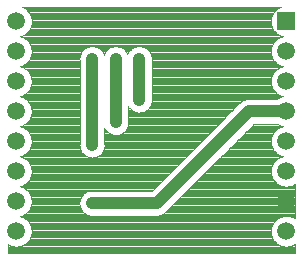
<source format=gbr>
G04 DipTrace 3.0.0.2*
G04 Bottom.gbr*
%MOIN*%
G04 #@! TF.FileFunction,Copper,L2,Bot*
G04 #@! TF.Part,Single*
G04 #@! TA.AperFunction,Conductor*
%ADD13C,0.03937*%
G04 #@! TA.AperFunction,CopperBalancing*
%ADD15C,0.003937*%
G04 #@! TA.AperFunction,ComponentPad*
%ADD16C,0.059055*%
%ADD18R,0.059055X0.059055*%
G04 #@! TA.AperFunction,ViaPad*
%ADD19C,0.04*%
%FSLAX26Y26*%
G04*
G70*
G90*
G75*
G01*
G04 Bottom*
%LPD*%
X1340079Y888898D2*
D13*
X1215050D1*
X908827Y582675D1*
X692412D1*
Y776404D2*
Y1063874D1*
X771341Y851396D2*
Y1063874D1*
X849483Y926388D2*
Y1063874D1*
D19*
X692412Y776404D3*
Y1063874D3*
X771341D3*
X849483D3*
X771341Y851396D3*
X849483Y926388D3*
X692412Y582675D3*
X466610Y1233084D2*
D15*
X1313547D1*
X472177Y1229278D2*
X1307980D1*
X476499Y1225472D2*
X1303659D1*
X479990Y1221667D2*
X1300168D1*
X482857Y1217861D2*
X1297301D1*
X485226Y1214055D2*
X1294932D1*
X487164Y1210249D2*
X1292993D1*
X488717Y1206444D2*
X1291441D1*
X489940Y1202638D2*
X1290218D1*
X490839Y1198832D2*
X1289319D1*
X491446Y1195026D2*
X1288711D1*
X491762Y1191220D2*
X1288395D1*
X491793Y1187415D2*
X1288365D1*
X491539Y1183609D2*
X1288618D1*
X491001Y1179803D2*
X1289156D1*
X490163Y1175997D2*
X1289995D1*
X489017Y1172192D2*
X1291140D1*
X487533Y1168386D2*
X1292625D1*
X485688Y1164580D2*
X1294470D1*
X483419Y1160774D2*
X1296739D1*
X480673Y1156969D2*
X1299484D1*
X477329Y1153163D2*
X1302828D1*
X473215Y1149357D2*
X1306942D1*
X467979Y1145551D2*
X1312178D1*
X460781Y1141745D2*
X1319377D1*
X455652Y1137940D2*
X1324505D1*
X464749Y1134134D2*
X1315408D1*
X470793Y1130328D2*
X1309365D1*
X475399Y1126522D2*
X1304759D1*
X479097Y1122717D2*
X1301060D1*
X482127Y1118911D2*
X1298030D1*
X484618Y1115105D2*
X1295539D1*
X486664Y1111299D2*
X1293493D1*
X488324Y1107493D2*
X1291833D1*
X489633Y1103688D2*
X679251D1*
X705575D2*
X758176D1*
X784500D2*
X836324D1*
X862648D2*
X1290525D1*
X490623Y1099882D2*
X670770D1*
X714056D2*
X749694D1*
X792990D2*
X827843D1*
X871130D2*
X1289534D1*
X491308Y1096076D2*
X665349D1*
X719470D2*
X744281D1*
X798403D2*
X822421D1*
X876543D2*
X1288849D1*
X491701Y1092270D2*
X661327D1*
X723492D2*
X740260D1*
X802424D2*
X818400D1*
X880564D2*
X1288457D1*
X491808Y1088465D2*
X658205D1*
X726622D2*
X737130D1*
X805546D2*
X815278D1*
X883694D2*
X1288349D1*
X491639Y1084659D2*
X655736D1*
X729083D2*
X734669D1*
X808014D2*
X812810D1*
X886155D2*
X1288518D1*
X491177Y1080853D2*
X653807D1*
X888085D2*
X1288980D1*
X490424Y1077047D2*
X652339D1*
X889562D2*
X1289734D1*
X489362Y1073241D2*
X651269D1*
X890622D2*
X1290795D1*
X487979Y1069436D2*
X650577D1*
X891315D2*
X1292178D1*
X486234Y1065630D2*
X650247D1*
X891652D2*
X1293924D1*
X484096Y1061824D2*
X650255D1*
X891638D2*
X1296062D1*
X481488Y1058018D2*
X650539D1*
X891361D2*
X1298669D1*
X478320Y1054213D2*
X650539D1*
X891361D2*
X1301837D1*
X474445Y1050407D2*
X650539D1*
X891361D2*
X1305713D1*
X469570Y1046601D2*
X650539D1*
X891361D2*
X1310588D1*
X463058Y1042795D2*
X650539D1*
X891361D2*
X1317100D1*
X452508Y1038990D2*
X650539D1*
X891361D2*
X1327650D1*
X462680Y1035184D2*
X650539D1*
X891361D2*
X1317478D1*
X469301Y1031378D2*
X650539D1*
X891361D2*
X1310857D1*
X474238Y1027572D2*
X650539D1*
X891361D2*
X1305920D1*
X478152Y1023766D2*
X650539D1*
X891361D2*
X1302005D1*
X481350Y1019961D2*
X650539D1*
X891361D2*
X1298807D1*
X483980Y1016155D2*
X650539D1*
X891361D2*
X1296177D1*
X486140Y1012349D2*
X650539D1*
X891361D2*
X1294017D1*
X487902Y1008543D2*
X650539D1*
X891361D2*
X1292256D1*
X489308Y1004738D2*
X650539D1*
X891361D2*
X1290849D1*
X490378Y1000932D2*
X650539D1*
X891361D2*
X1289780D1*
X491147Y997126D2*
X650539D1*
X891361D2*
X1289010D1*
X491623Y993320D2*
X650539D1*
X891361D2*
X1288534D1*
X491808Y989514D2*
X650539D1*
X891361D2*
X1288349D1*
X491709Y985709D2*
X650539D1*
X891361D2*
X1288449D1*
X491331Y981903D2*
X650539D1*
X891361D2*
X1288827D1*
X490663Y978097D2*
X650539D1*
X891361D2*
X1289495D1*
X489686Y974291D2*
X650539D1*
X891361D2*
X1290471D1*
X488394Y970486D2*
X650539D1*
X891361D2*
X1291764D1*
X486756Y966680D2*
X650539D1*
X891361D2*
X1293402D1*
X484726Y962874D2*
X650539D1*
X891361D2*
X1295432D1*
X482257Y959068D2*
X650539D1*
X891361D2*
X1297900D1*
X479259Y955262D2*
X650539D1*
X891361D2*
X1300899D1*
X475598Y951457D2*
X650539D1*
X891361D2*
X1304559D1*
X471039Y947651D2*
X650539D1*
X891361D2*
X1309118D1*
X465087Y943845D2*
X650539D1*
X891361D2*
X1315071D1*
X456236Y940039D2*
X650539D1*
X891361D2*
X1323921D1*
X460343Y936234D2*
X650539D1*
X891361D2*
X1319815D1*
X467686Y932428D2*
X650539D1*
X891361D2*
X1312471D1*
X472992Y928622D2*
X650539D1*
X891630D2*
X1202705D1*
X477152Y924816D2*
X650539D1*
X891660D2*
X1193900D1*
X480528Y921010D2*
X650539D1*
X891337D2*
X1188394D1*
X483303Y917205D2*
X650539D1*
X890668D2*
X1184295D1*
X485588Y913399D2*
X650539D1*
X889615D2*
X1180490D1*
X487455Y909593D2*
X650539D1*
X888169D2*
X1176682D1*
X488955Y905787D2*
X650539D1*
X886262D2*
X1172877D1*
X490117Y901982D2*
X650539D1*
X883825D2*
X1169077D1*
X490962Y898176D2*
X650539D1*
X813220D2*
X818231D1*
X880734D2*
X1165272D1*
X491516Y894370D2*
X650539D1*
X813220D2*
X822198D1*
X876766D2*
X1161466D1*
X491785Y890564D2*
X650539D1*
X813220D2*
X827528D1*
X871437D2*
X1157659D1*
X491769Y886759D2*
X650539D1*
X813220D2*
X835762D1*
X863202D2*
X1153853D1*
X491462Y882953D2*
X650539D1*
X813220D2*
X1150047D1*
X490878Y879147D2*
X650539D1*
X813220D2*
X1146240D1*
X489986Y875341D2*
X650539D1*
X813220D2*
X1142434D1*
X488786Y871535D2*
X650539D1*
X813220D2*
X1138627D1*
X487240Y867730D2*
X650539D1*
X813220D2*
X1134822D1*
X485325Y863924D2*
X650539D1*
X813220D2*
X1131016D1*
X482988Y860118D2*
X650539D1*
X813220D2*
X1127209D1*
X480143Y856312D2*
X650539D1*
X813259D2*
X1123403D1*
X476682Y852507D2*
X650539D1*
X813528D2*
X1119596D1*
X472408Y848701D2*
X650539D1*
X813458D2*
X1115790D1*
X466917Y844895D2*
X650539D1*
X813035D2*
X1111991D1*
X1230105D2*
X1313240D1*
X459181Y841089D2*
X650539D1*
X812259D2*
X1108185D1*
X1226298D2*
X1320976D1*
X457629Y837283D2*
X650539D1*
X811091D2*
X1104379D1*
X1222492D2*
X1322529D1*
X465933Y833478D2*
X650539D1*
X809514D2*
X1100572D1*
X1218686D2*
X1314224D1*
X471669Y829672D2*
X650539D1*
X807461D2*
X1096766D1*
X1214887D2*
X1308488D1*
X476098Y825866D2*
X650539D1*
X734287D2*
X737837D1*
X804846D2*
X1092961D1*
X1211081D2*
X1304059D1*
X479667Y822060D2*
X650539D1*
X734287D2*
X741159D1*
X801525D2*
X1089154D1*
X1207274D2*
X1300491D1*
X482588Y818255D2*
X650539D1*
X734287D2*
X745458D1*
X797226D2*
X1085348D1*
X1203469D2*
X1297570D1*
X485003Y814449D2*
X650539D1*
X734287D2*
X751378D1*
X791306D2*
X1081541D1*
X1199663D2*
X1295155D1*
X486979Y810643D2*
X650539D1*
X734287D2*
X761605D1*
X781079D2*
X1077735D1*
X1195856D2*
X1293178D1*
X488571Y806837D2*
X650539D1*
X734287D2*
X1073929D1*
X1192050D2*
X1291587D1*
X489824Y803031D2*
X650539D1*
X734287D2*
X1070122D1*
X1188243D2*
X1290333D1*
X490762Y799226D2*
X650539D1*
X734287D2*
X1066316D1*
X1184437D2*
X1289395D1*
X491392Y795420D2*
X650539D1*
X734287D2*
X1062509D1*
X1180631D2*
X1288765D1*
X491739Y791614D2*
X650539D1*
X734287D2*
X1058703D1*
X1176824D2*
X1288419D1*
X491801Y787808D2*
X650539D1*
X734287D2*
X1054904D1*
X1173018D2*
X1288357D1*
X491577Y784003D2*
X650539D1*
X734287D2*
X1051098D1*
X1169211D2*
X1288580D1*
X491070Y780197D2*
X650377D1*
X734441D2*
X1047293D1*
X1165406D2*
X1289088D1*
X490262Y776391D2*
X650209D1*
X734618D2*
X1043486D1*
X1161600D2*
X1289895D1*
X489147Y772585D2*
X650385D1*
X734441D2*
X1039680D1*
X1157801D2*
X1291010D1*
X487702Y768780D2*
X650908D1*
X733919D2*
X1035874D1*
X1153995D2*
X1292455D1*
X485895Y764974D2*
X651799D1*
X733026D2*
X1032067D1*
X1150188D2*
X1294262D1*
X483680Y761168D2*
X653084D1*
X731743D2*
X1028261D1*
X1146382D2*
X1296478D1*
X480982Y757362D2*
X654799D1*
X730028D2*
X1024454D1*
X1142576D2*
X1299176D1*
X477714Y753556D2*
X657005D1*
X727822D2*
X1020648D1*
X1138769D2*
X1302444D1*
X473684Y749751D2*
X659804D1*
X725022D2*
X1016843D1*
X1134963D2*
X1306474D1*
X468593Y745945D2*
X663373D1*
X721446D2*
X1013035D1*
X1131156D2*
X1311564D1*
X461665Y742139D2*
X668055D1*
X716764D2*
X1009230D1*
X1127350D2*
X1318492D1*
X454322Y738333D2*
X674738D1*
X710089D2*
X1005423D1*
X1123545D2*
X1325836D1*
X464003Y734528D2*
X1001617D1*
X1119738D2*
X1316155D1*
X470247Y730722D2*
X997818D1*
X1115932D2*
X1309911D1*
X474976Y726916D2*
X994012D1*
X1112125D2*
X1305181D1*
X478752Y723110D2*
X990206D1*
X1108319D2*
X1301406D1*
X481835Y719304D2*
X986399D1*
X1104513D2*
X1298323D1*
X484381Y715499D2*
X982593D1*
X1100714D2*
X1295777D1*
X486471Y711693D2*
X978787D1*
X1096908D2*
X1293686D1*
X488171Y707887D2*
X974980D1*
X1093101D2*
X1291987D1*
X489517Y704081D2*
X971175D1*
X1089295D2*
X1290640D1*
X490531Y700276D2*
X967367D1*
X1085490D2*
X1289626D1*
X491247Y696470D2*
X963562D1*
X1081682D2*
X1288911D1*
X491669Y692664D2*
X959756D1*
X1077877D2*
X1288488D1*
X491808Y688858D2*
X955949D1*
X1074070D2*
X1288349D1*
X491669Y685052D2*
X952143D1*
X1070264D2*
X1288488D1*
X491239Y681247D2*
X948336D1*
X1066458D2*
X1288919D1*
X490516Y677441D2*
X944530D1*
X1062651D2*
X1289642D1*
X489486Y673635D2*
X940731D1*
X1058845D2*
X1290672D1*
X488140Y669829D2*
X936925D1*
X1055038D2*
X1292017D1*
X486433Y666024D2*
X933119D1*
X1051232D2*
X1293724D1*
X484333Y662218D2*
X929312D1*
X1047427D2*
X1295824D1*
X481781Y658412D2*
X925507D1*
X1043627D2*
X1298377D1*
X478682Y654606D2*
X921701D1*
X1039822D2*
X1301475D1*
X474883Y650801D2*
X917894D1*
X1036014D2*
X1305274D1*
X470131Y646995D2*
X914088D1*
X1032209D2*
X1310026D1*
X463849Y643189D2*
X910281D1*
X1028403D2*
X1316308D1*
X1363848D2*
X1368035D1*
X454038Y639383D2*
X906475D1*
X1024596D2*
X1326119D1*
X1354035D2*
X1368035D1*
X461843Y635577D2*
X902669D1*
X1020790D2*
X1368035D1*
X468709Y631772D2*
X898862D1*
X1016983D2*
X1368035D1*
X473777Y627966D2*
X895056D1*
X1013177D2*
X1368035D1*
X477782Y624160D2*
X686810D1*
X698009D2*
X891249D1*
X1009371D2*
X1368035D1*
X481043Y620354D2*
X673899D1*
X1005564D2*
X1368035D1*
X483727Y616549D2*
X667509D1*
X1001759D2*
X1368035D1*
X485941Y612743D2*
X662965D1*
X997951D2*
X1368035D1*
X487740Y608937D2*
X659482D1*
X994146D2*
X1368035D1*
X489178Y605131D2*
X656752D1*
X990340D2*
X1368035D1*
X490286Y601325D2*
X654598D1*
X986541D2*
X1368035D1*
X491085Y597520D2*
X652930D1*
X982735D2*
X1368035D1*
X491585Y593714D2*
X651692D1*
X978928D2*
X1368035D1*
X491801Y589908D2*
X650839D1*
X975122D2*
X1368035D1*
X491731Y586102D2*
X650346D1*
X971316D2*
X1368035D1*
X491386Y582297D2*
X650209D1*
X967509D2*
X1368035D1*
X490747Y578491D2*
X650416D1*
X963703D2*
X1368035D1*
X489801Y574685D2*
X650976D1*
X959896D2*
X1368035D1*
X488547Y570879D2*
X651907D1*
X956091D2*
X1368035D1*
X486941Y567073D2*
X653230D1*
X952285D2*
X1368035D1*
X484957Y563268D2*
X654983D1*
X948478D2*
X1368035D1*
X482534Y559462D2*
X657244D1*
X944672D2*
X1368035D1*
X479597Y555656D2*
X660112D1*
X940865D2*
X1368035D1*
X476014Y551850D2*
X663772D1*
X936982D2*
X1368035D1*
X471562Y548045D2*
X668585D1*
X932060D2*
X1368035D1*
X465795Y544239D2*
X675560D1*
X924825D2*
X1368035D1*
X457406Y540433D2*
X1368035D1*
X459382Y536627D2*
X1320776D1*
X1359381D2*
X1368035D1*
X467049Y532822D2*
X1313109D1*
X472508Y529016D2*
X1307650D1*
X476760Y525210D2*
X1303398D1*
X480213Y521404D2*
X1299945D1*
X483042Y517598D2*
X1297115D1*
X485371Y513793D2*
X1294786D1*
X487280Y509987D2*
X1292878D1*
X488816Y506181D2*
X1291341D1*
X490009Y502375D2*
X1290148D1*
X490894Y498570D2*
X1289264D1*
X491478Y494764D2*
X1288680D1*
X491769Y490958D2*
X1288388D1*
X491785Y487152D2*
X1288373D1*
X491508Y483346D2*
X1288650D1*
X490954Y479541D2*
X1289203D1*
X490093Y475735D2*
X1290064D1*
X488925Y471929D2*
X1291232D1*
X487417Y468123D2*
X1292740D1*
X485541Y464318D2*
X1294617D1*
X483249Y460512D2*
X1296908D1*
X480466Y456706D2*
X1299692D1*
X477075Y452900D2*
X1303083D1*
X472900Y449094D2*
X1307257D1*
X467563Y445289D2*
X1312594D1*
X412126Y441483D2*
X420001D1*
X460159D2*
X1319999D1*
X1360156D2*
X1368035D1*
X412126Y437677D2*
X436210D1*
X443949D2*
X1336209D1*
X1343948D2*
X1368035D1*
X412126Y433871D2*
X1368035D1*
X412126Y430066D2*
X1368035D1*
X412126Y426260D2*
X1368035D1*
X412126Y422454D2*
X1368035D1*
X412126Y418648D2*
X1368035D1*
X491379Y486929D2*
X491077Y483005D1*
X490476Y479115D1*
X489579Y475283D1*
X488391Y471530D1*
X486919Y467881D1*
X485171Y464354D1*
X483157Y460971D1*
X480891Y457753D1*
X478386Y454718D1*
X475654Y451883D1*
X472714Y449266D1*
X469581Y446883D1*
X466276Y444747D1*
X462816Y442869D1*
X459223Y441262D1*
X455518Y439936D1*
X451722Y438896D1*
X447857Y438152D1*
X443946Y437705D1*
X440013Y437559D1*
X436080Y437715D1*
X432171Y438172D1*
X428307Y438927D1*
X424513Y439975D1*
X420811Y441312D1*
X417222Y442928D1*
X413768Y444814D1*
X411722Y446109D1*
X411732Y415669D1*
X1368425D1*
Y446097D1*
X1366276Y444747D1*
X1362816Y442869D1*
X1359223Y441262D1*
X1355518Y439936D1*
X1351722Y438896D1*
X1347857Y438152D1*
X1343946Y437705D1*
X1340013Y437559D1*
X1336080Y437715D1*
X1332171Y438172D1*
X1328307Y438927D1*
X1324513Y439975D1*
X1320811Y441312D1*
X1317222Y442928D1*
X1313768Y444814D1*
X1310467Y446959D1*
X1307341Y449352D1*
X1304408Y451975D1*
X1301684Y454816D1*
X1299186Y457858D1*
X1296928Y461083D1*
X1294924Y464470D1*
X1293185Y468001D1*
X1291722Y471655D1*
X1290543Y475411D1*
X1289656Y479245D1*
X1289064Y483136D1*
X1288773Y487062D1*
X1288783Y490997D1*
X1289094Y494921D1*
X1289706Y498810D1*
X1290614Y502640D1*
X1291812Y506390D1*
X1293294Y510035D1*
X1295051Y513558D1*
X1297072Y516934D1*
X1299346Y520147D1*
X1301861Y523176D1*
X1304598Y526004D1*
X1307546Y528613D1*
X1310684Y530988D1*
X1313995Y533117D1*
X1317459Y534984D1*
X1321056Y536583D1*
X1324766Y537899D1*
X1328566Y538929D1*
X1332432Y539664D1*
X1336344Y540100D1*
X1340277Y540236D1*
X1344210Y540070D1*
X1348118Y539602D1*
X1351979Y538837D1*
X1355770Y537780D1*
X1359469Y536433D1*
X1363054Y534808D1*
X1366504Y532913D1*
X1368432Y531690D1*
X1368425Y646100D1*
X1366276Y644747D1*
X1362816Y642869D1*
X1359223Y641262D1*
X1355518Y639936D1*
X1351722Y638896D1*
X1347857Y638152D1*
X1343946Y637705D1*
X1340013Y637559D1*
X1336080Y637715D1*
X1332171Y638172D1*
X1328307Y638927D1*
X1324513Y639975D1*
X1320811Y641312D1*
X1317222Y642928D1*
X1313768Y644814D1*
X1310467Y646959D1*
X1307341Y649352D1*
X1304408Y651975D1*
X1301684Y654816D1*
X1299186Y657858D1*
X1296928Y661083D1*
X1294924Y664470D1*
X1293185Y668001D1*
X1291722Y671655D1*
X1290543Y675411D1*
X1289656Y679245D1*
X1289064Y683136D1*
X1288773Y687062D1*
X1288783Y690997D1*
X1289094Y694921D1*
X1289706Y698810D1*
X1290614Y702640D1*
X1291812Y706390D1*
X1293294Y710035D1*
X1295051Y713558D1*
X1297072Y716934D1*
X1299346Y720147D1*
X1301861Y723176D1*
X1304598Y726004D1*
X1307546Y728613D1*
X1310684Y730988D1*
X1313995Y733117D1*
X1317459Y734984D1*
X1321056Y736583D1*
X1324766Y737899D1*
X1328438Y738896D1*
X1324513Y739975D1*
X1320811Y741312D1*
X1317222Y742928D1*
X1313768Y744814D1*
X1310467Y746959D1*
X1307341Y749352D1*
X1304408Y751975D1*
X1301684Y754816D1*
X1299186Y757858D1*
X1296928Y761083D1*
X1294924Y764470D1*
X1293185Y768001D1*
X1291722Y771655D1*
X1290543Y775411D1*
X1289656Y779245D1*
X1289064Y783136D1*
X1288773Y787062D1*
X1288783Y790997D1*
X1289094Y794921D1*
X1289706Y798810D1*
X1290614Y802640D1*
X1291812Y806390D1*
X1293294Y810035D1*
X1295051Y813558D1*
X1297072Y816934D1*
X1299346Y820147D1*
X1301861Y823176D1*
X1304598Y826004D1*
X1307546Y828613D1*
X1310684Y830988D1*
X1313995Y833117D1*
X1317459Y834984D1*
X1321056Y836583D1*
X1324766Y837899D1*
X1328438Y838896D1*
X1324513Y839975D1*
X1320811Y841312D1*
X1317222Y842928D1*
X1313768Y844814D1*
X1310467Y846959D1*
X1309854Y847411D1*
X1232219Y847402D1*
X1194282Y809446D1*
X936744Y551974D1*
X933710Y549467D1*
X930453Y547260D1*
X927000Y545370D1*
X923385Y543816D1*
X919638Y542612D1*
X915794Y541768D1*
X911887Y541291D1*
X907953Y541188D1*
X855677Y541178D1*
X697528D1*
X695094Y540950D1*
X691160Y540882D1*
X687236Y541185D1*
X683358Y541856D1*
X679560Y542887D1*
X675877Y544273D1*
X672339Y545997D1*
X668979Y548047D1*
X665827Y550404D1*
X662911Y553046D1*
X660256Y555951D1*
X657886Y559093D1*
X655822Y562444D1*
X654081Y565974D1*
X652681Y569652D1*
X651633Y573445D1*
X650945Y577320D1*
X650626Y581243D1*
X650676Y585178D1*
X651096Y589091D1*
X651883Y592948D1*
X653028Y596713D1*
X654522Y600353D1*
X656353Y603837D1*
X658503Y607134D1*
X660951Y610214D1*
X663681Y613050D1*
X666664Y615617D1*
X669875Y617892D1*
X673286Y619854D1*
X676867Y621488D1*
X680585Y622778D1*
X684408Y623713D1*
X688302Y624283D1*
X692232Y624486D1*
X696164Y624316D1*
X697563Y624157D1*
X775089Y624171D1*
X891654D1*
X995016Y727549D1*
X1187133Y919598D1*
X1190167Y922105D1*
X1193424Y924312D1*
X1196877Y926202D1*
X1200492Y927756D1*
X1204239Y928961D1*
X1208083Y929804D1*
X1211990Y930281D1*
X1215924Y930385D1*
X1268199Y930394D1*
X1309853D1*
X1312319Y932084D1*
X1315710Y934084D1*
X1319243Y935818D1*
X1322899Y937277D1*
X1326656Y938450D1*
X1328438Y938896D1*
X1324513Y939975D1*
X1320811Y941312D1*
X1317222Y942928D1*
X1313768Y944814D1*
X1310467Y946959D1*
X1307341Y949352D1*
X1304408Y951975D1*
X1301684Y954816D1*
X1299186Y957858D1*
X1296928Y961083D1*
X1294924Y964470D1*
X1293185Y968001D1*
X1291722Y971655D1*
X1290543Y975411D1*
X1289656Y979245D1*
X1289064Y983136D1*
X1288773Y987062D1*
X1288783Y990997D1*
X1289094Y994921D1*
X1289706Y998810D1*
X1290614Y1002640D1*
X1291812Y1006390D1*
X1293294Y1010035D1*
X1295051Y1013558D1*
X1297072Y1016934D1*
X1299346Y1020147D1*
X1301861Y1023176D1*
X1304598Y1026004D1*
X1307546Y1028613D1*
X1310684Y1030988D1*
X1313995Y1033117D1*
X1317459Y1034984D1*
X1321056Y1036583D1*
X1324766Y1037899D1*
X1328438Y1038896D1*
X1324513Y1039975D1*
X1320811Y1041312D1*
X1317222Y1042928D1*
X1313768Y1044814D1*
X1310467Y1046959D1*
X1307341Y1049352D1*
X1304408Y1051975D1*
X1301684Y1054816D1*
X1299186Y1057858D1*
X1296928Y1061083D1*
X1294924Y1064470D1*
X1293185Y1068001D1*
X1291722Y1071655D1*
X1290543Y1075411D1*
X1289656Y1079245D1*
X1289064Y1083136D1*
X1288773Y1087062D1*
X1288783Y1090997D1*
X1289094Y1094921D1*
X1289706Y1098810D1*
X1290614Y1102640D1*
X1291812Y1106390D1*
X1293294Y1110035D1*
X1295051Y1113558D1*
X1297072Y1116934D1*
X1299346Y1120147D1*
X1301861Y1123176D1*
X1304598Y1126004D1*
X1307546Y1128613D1*
X1310684Y1130988D1*
X1313995Y1133117D1*
X1317459Y1134984D1*
X1321056Y1136583D1*
X1324766Y1137899D1*
X1328438Y1138896D1*
X1324513Y1139975D1*
X1320811Y1141312D1*
X1317222Y1142928D1*
X1313768Y1144814D1*
X1310467Y1146959D1*
X1307341Y1149352D1*
X1304408Y1151975D1*
X1301684Y1154816D1*
X1299186Y1157858D1*
X1296928Y1161083D1*
X1294924Y1164470D1*
X1293185Y1168001D1*
X1291722Y1171655D1*
X1290543Y1175411D1*
X1289656Y1179245D1*
X1289064Y1183136D1*
X1288773Y1187062D1*
X1288783Y1190997D1*
X1289094Y1194921D1*
X1289706Y1198810D1*
X1290614Y1202640D1*
X1291812Y1206390D1*
X1293294Y1210035D1*
X1295051Y1213558D1*
X1297072Y1216934D1*
X1299346Y1220147D1*
X1301861Y1223176D1*
X1304598Y1226004D1*
X1307546Y1228613D1*
X1310684Y1230988D1*
X1313995Y1233117D1*
X1317459Y1234984D1*
X1321056Y1236583D1*
X1321913Y1236906D1*
X1277874Y1236890D1*
X458307D1*
X461277Y1235655D1*
X464797Y1233894D1*
X468172Y1231867D1*
X471381Y1229589D1*
X474407Y1227072D1*
X477230Y1224329D1*
X479836Y1221379D1*
X482207Y1218238D1*
X484331Y1214924D1*
X486196Y1211458D1*
X487787Y1207858D1*
X489100Y1204147D1*
X490125Y1200346D1*
X490854Y1196479D1*
X491286Y1192567D1*
X491417Y1188898D1*
X491266Y1184965D1*
X490815Y1181054D1*
X490064Y1177190D1*
X489021Y1173395D1*
X487689Y1169692D1*
X486077Y1166100D1*
X484197Y1162643D1*
X482055Y1159340D1*
X479668Y1156211D1*
X477047Y1153274D1*
X474209Y1150547D1*
X471171Y1148045D1*
X467950Y1145783D1*
X464564Y1143774D1*
X461035Y1142031D1*
X457383Y1140563D1*
X453630Y1139379D1*
X451728Y1138899D1*
X455770Y1137780D1*
X459469Y1136433D1*
X463054Y1134808D1*
X466504Y1132913D1*
X469798Y1130760D1*
X472917Y1128360D1*
X475845Y1125728D1*
X478562Y1122879D1*
X481051Y1119831D1*
X483301Y1116601D1*
X485297Y1113209D1*
X487026Y1109673D1*
X488479Y1106016D1*
X489648Y1102257D1*
X490526Y1098420D1*
X491108Y1094528D1*
X491388Y1090601D1*
X491379Y1086929D1*
X491077Y1083005D1*
X490476Y1079115D1*
X489579Y1075283D1*
X488391Y1071530D1*
X486919Y1067881D1*
X485171Y1064354D1*
X483157Y1060971D1*
X480891Y1057753D1*
X478386Y1054718D1*
X475654Y1051883D1*
X472714Y1049266D1*
X469581Y1046883D1*
X466276Y1044747D1*
X462816Y1042869D1*
X459223Y1041262D1*
X455518Y1039936D1*
X451728Y1038899D1*
X455770Y1037780D1*
X459469Y1036433D1*
X463054Y1034808D1*
X466504Y1032913D1*
X469798Y1030760D1*
X472917Y1028360D1*
X475845Y1025728D1*
X478562Y1022879D1*
X481051Y1019831D1*
X483301Y1016601D1*
X485297Y1013209D1*
X487026Y1009673D1*
X488479Y1006016D1*
X489648Y1002257D1*
X490526Y998420D1*
X491108Y994528D1*
X491388Y990601D1*
X491379Y986929D1*
X491077Y983005D1*
X490476Y979115D1*
X489579Y975283D1*
X488391Y971530D1*
X486919Y967881D1*
X485171Y964354D1*
X483157Y960971D1*
X480891Y957753D1*
X478386Y954718D1*
X475654Y951883D1*
X472714Y949266D1*
X469581Y946883D1*
X466276Y944747D1*
X462816Y942869D1*
X459223Y941262D1*
X455518Y939936D1*
X451728Y938899D1*
X455770Y937780D1*
X459469Y936433D1*
X463054Y934808D1*
X466504Y932913D1*
X469798Y930760D1*
X472917Y928360D1*
X475845Y925728D1*
X478562Y922879D1*
X481051Y919831D1*
X483301Y916601D1*
X485297Y913209D1*
X487026Y909673D1*
X488479Y906016D1*
X489648Y902257D1*
X490526Y898420D1*
X491108Y894528D1*
X491388Y890601D1*
X491379Y886929D1*
X491077Y883005D1*
X490476Y879115D1*
X489579Y875283D1*
X488391Y871530D1*
X486919Y867881D1*
X485171Y864354D1*
X483157Y860971D1*
X480891Y857753D1*
X478386Y854718D1*
X475654Y851883D1*
X472714Y849266D1*
X469581Y846883D1*
X466276Y844747D1*
X462816Y842869D1*
X459223Y841262D1*
X455518Y839936D1*
X451728Y838899D1*
X455770Y837780D1*
X459469Y836433D1*
X463054Y834808D1*
X466504Y832913D1*
X469798Y830760D1*
X472917Y828360D1*
X475845Y825728D1*
X478562Y822879D1*
X481051Y819831D1*
X483301Y816601D1*
X485297Y813209D1*
X487026Y809673D1*
X488479Y806016D1*
X489648Y802257D1*
X490526Y798420D1*
X491108Y794528D1*
X491388Y790601D1*
X491379Y786929D1*
X491077Y783005D1*
X490476Y779115D1*
X489579Y775283D1*
X488391Y771530D1*
X486919Y767881D1*
X485171Y764354D1*
X483157Y760971D1*
X480891Y757753D1*
X478386Y754718D1*
X475654Y751883D1*
X472714Y749266D1*
X469581Y746883D1*
X466276Y744747D1*
X462816Y742869D1*
X459223Y741262D1*
X455518Y739936D1*
X451728Y738899D1*
X455770Y737780D1*
X459469Y736433D1*
X463054Y734808D1*
X466504Y732913D1*
X469798Y730760D1*
X472917Y728360D1*
X475845Y725728D1*
X478562Y722879D1*
X481051Y719831D1*
X483301Y716601D1*
X485297Y713209D1*
X487026Y709673D1*
X488479Y706016D1*
X489648Y702257D1*
X490526Y698420D1*
X491108Y694528D1*
X491388Y690601D1*
X491379Y686929D1*
X491077Y683005D1*
X490476Y679115D1*
X489579Y675283D1*
X488391Y671530D1*
X486919Y667881D1*
X485171Y664354D1*
X483157Y660971D1*
X480891Y657753D1*
X478386Y654718D1*
X475654Y651883D1*
X472714Y649266D1*
X469581Y646883D1*
X466276Y644747D1*
X462816Y642869D1*
X459223Y641262D1*
X455518Y639936D1*
X451728Y638899D1*
X455770Y637780D1*
X459469Y636433D1*
X463054Y634808D1*
X466504Y632913D1*
X469798Y630760D1*
X472917Y628360D1*
X475845Y625728D1*
X478562Y622879D1*
X481051Y619831D1*
X483301Y616601D1*
X485297Y613209D1*
X487026Y609673D1*
X488479Y606016D1*
X489648Y602257D1*
X490526Y598420D1*
X491108Y594528D1*
X491388Y590601D1*
X491379Y586929D1*
X491077Y583005D1*
X490476Y579115D1*
X489579Y575283D1*
X488391Y571530D1*
X486919Y567881D1*
X485171Y564354D1*
X483157Y560971D1*
X480891Y557753D1*
X478386Y554718D1*
X475654Y551883D1*
X472714Y549266D1*
X469581Y546883D1*
X466276Y544747D1*
X462816Y542869D1*
X459223Y541262D1*
X455518Y539936D1*
X451728Y538899D1*
X455770Y537780D1*
X459469Y536433D1*
X463054Y534808D1*
X466504Y532913D1*
X469798Y530760D1*
X472917Y528360D1*
X475845Y525728D1*
X478562Y522879D1*
X481051Y519831D1*
X483301Y516601D1*
X485297Y513209D1*
X487026Y509673D1*
X488479Y506016D1*
X489648Y502257D1*
X490526Y498420D1*
X491108Y494528D1*
X491388Y490601D1*
X491379Y486929D1*
X734177Y774437D2*
X733807Y770518D1*
X733070Y766652D1*
X731972Y762873D1*
X730525Y759213D1*
X728740Y755706D1*
X726633Y752382D1*
X724223Y749270D1*
X721530Y746400D1*
X718580Y743795D1*
X715399Y741479D1*
X712013Y739472D1*
X708454Y737793D1*
X704752Y736455D1*
X700942Y735472D1*
X697055Y734852D1*
X693129Y734600D1*
X689194Y734717D1*
X685289Y735205D1*
X681446Y736056D1*
X677702Y737266D1*
X674087Y738823D1*
X670635Y740713D1*
X667375Y742919D1*
X664337Y745420D1*
X661549Y748197D1*
X659034Y751224D1*
X656814Y754474D1*
X654909Y757919D1*
X653337Y761526D1*
X652112Y765266D1*
X651243Y769105D1*
X650739Y773008D1*
X650605Y776941D1*
X650840Y780869D1*
X650929Y781547D1*
X650916Y855144D1*
Y1058753D1*
X650626Y1062442D1*
X650676Y1066378D1*
X651096Y1070290D1*
X651883Y1074147D1*
X653028Y1077912D1*
X654522Y1081552D1*
X656353Y1085037D1*
X658503Y1088333D1*
X660951Y1091413D1*
X663681Y1094249D1*
X666664Y1096816D1*
X669875Y1099092D1*
X673286Y1101054D1*
X676867Y1102688D1*
X680585Y1103978D1*
X684408Y1104912D1*
X688302Y1105483D1*
X692232Y1105685D1*
X696164Y1105516D1*
X700063Y1104979D1*
X703894Y1104077D1*
X707623Y1102820D1*
X711218Y1101217D1*
X714646Y1099283D1*
X717877Y1097037D1*
X720882Y1094495D1*
X723635Y1091682D1*
X726112Y1088623D1*
X728289Y1085345D1*
X730148Y1081878D1*
X731675Y1078249D1*
X731870Y1077675D1*
X732661Y1079751D1*
X734325Y1083316D1*
X736318Y1086710D1*
X738619Y1089903D1*
X741213Y1092864D1*
X744071Y1095568D1*
X747172Y1097992D1*
X750487Y1100113D1*
X753987Y1101913D1*
X757640Y1103377D1*
X761415Y1104490D1*
X765278Y1105243D1*
X769194Y1105630D1*
X773130Y1105647D1*
X777050Y1105294D1*
X780919Y1104573D1*
X784703Y1103492D1*
X788369Y1102060D1*
X791883Y1100290D1*
X795217Y1098198D1*
X798339Y1095801D1*
X801220Y1093121D1*
X803837Y1090182D1*
X806168Y1087010D1*
X808189Y1083634D1*
X809883Y1080081D1*
X810409Y1078743D1*
X811593Y1081552D1*
X813424Y1085037D1*
X815573Y1088333D1*
X818022Y1091413D1*
X820752Y1094249D1*
X823735Y1096816D1*
X826946Y1099092D1*
X830357Y1101054D1*
X833938Y1102688D1*
X837656Y1103978D1*
X841479Y1104912D1*
X845373Y1105483D1*
X849303Y1105685D1*
X853235Y1105516D1*
X857134Y1104979D1*
X860965Y1104077D1*
X864694Y1102820D1*
X868289Y1101217D1*
X871717Y1099283D1*
X874948Y1097037D1*
X877953Y1094495D1*
X880706Y1091682D1*
X883182Y1088623D1*
X885360Y1085345D1*
X887219Y1081878D1*
X888745Y1078249D1*
X889923Y1074495D1*
X890741Y1070644D1*
X891196Y1066736D1*
X891294Y1063874D1*
X891109Y1059942D1*
X890965Y1058728D1*
X890979Y996945D1*
X891014Y931210D1*
X891285Y927283D1*
X891248Y924421D1*
X890878Y920503D1*
X890140Y916636D1*
X889043Y912857D1*
X887596Y909197D1*
X885811Y905690D1*
X883703Y902366D1*
X881294Y899255D1*
X878601Y896385D1*
X875651Y893780D1*
X872470Y891463D1*
X869084Y889457D1*
X865525Y887777D1*
X861823Y886440D1*
X858013Y885457D1*
X854126Y884836D1*
X850199Y884584D1*
X846265Y884701D1*
X842360Y885189D1*
X838517Y886041D1*
X834773Y887251D1*
X831157Y888807D1*
X827706Y890697D1*
X824446Y892903D1*
X821408Y895404D1*
X818619Y898181D1*
X816105Y901209D1*
X813885Y904458D1*
X812824Y906287D1*
X812837Y856512D1*
X813054Y854259D1*
X813152Y851396D1*
X812967Y847465D1*
X812413Y843568D1*
X811495Y839741D1*
X810222Y836018D1*
X808604Y832430D1*
X806655Y829010D1*
X804394Y825790D1*
X801840Y822795D1*
X799016Y820055D1*
X795946Y817592D1*
X792659Y815428D1*
X789182Y813583D1*
X785549Y812073D1*
X781787Y810911D1*
X777936Y810109D1*
X774024Y809672D1*
X770089Y809604D1*
X766165Y809907D1*
X762287Y810577D1*
X758490Y811609D1*
X754806Y812995D1*
X751268Y814719D1*
X747908Y816769D1*
X744756Y819126D1*
X741840Y821768D1*
X739185Y824673D1*
X736815Y827815D1*
X734751Y831165D1*
X733892Y832808D1*
X733908Y784346D1*
X733944Y781226D1*
X734214Y777299D1*
X734177Y774437D1*
D16*
X440079Y488898D3*
Y588898D3*
Y688898D3*
Y788898D3*
Y888898D3*
Y988898D3*
Y1088898D3*
Y1188898D3*
D18*
X1340079D3*
D16*
Y1088898D3*
Y988898D3*
Y888898D3*
Y788898D3*
Y688898D3*
Y588898D3*
Y488898D3*
M02*

</source>
